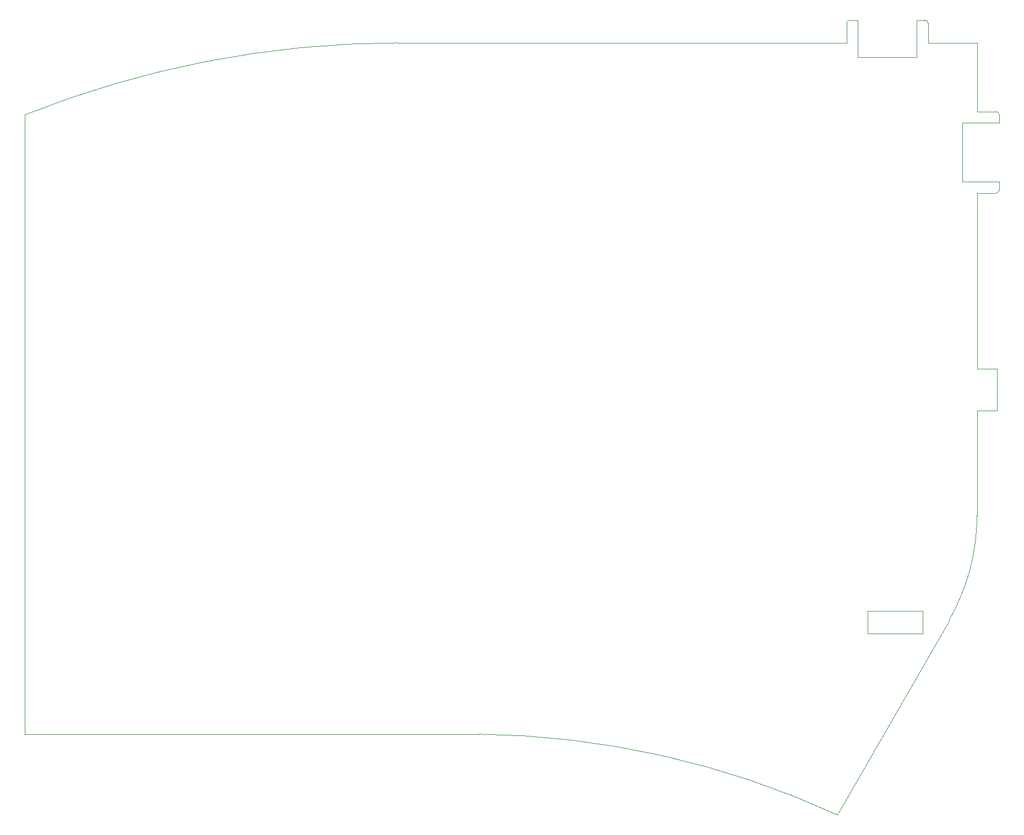
<source format=gbr>
G04 #@! TF.GenerationSoftware,KiCad,Pcbnew,(6.0.2)*
G04 #@! TF.CreationDate,2022-05-21T05:00:10+01:00*
G04 #@! TF.ProjectId,Cantaloupe,43616e74-616c-46f7-9570-652e6b696361,rev?*
G04 #@! TF.SameCoordinates,Original*
G04 #@! TF.FileFunction,Profile,NP*
%FSLAX46Y46*%
G04 Gerber Fmt 4.6, Leading zero omitted, Abs format (unit mm)*
G04 Created by KiCad (PCBNEW (6.0.2)) date 2022-05-21 05:00:10*
%MOMM*%
%LPD*%
G01*
G04 APERTURE LIST*
G04 #@! TA.AperFunction,Profile*
%ADD10C,0.100000*%
G04 #@! TD*
G04 APERTURE END LIST*
D10*
X151693078Y-14283418D02*
X151693077Y-19983417D01*
X141396626Y-14283417D02*
G75*
G03*
X140896631Y-14783418I10J-500005D01*
G01*
X142593078Y-14283418D02*
X141396625Y-14283411D01*
X71663851Y-17783411D02*
G75*
G03*
X14513857Y-28864557I457541J-155273225D01*
G01*
X164035523Y-74392009D02*
X164035521Y-67892009D01*
X160964788Y-90496057D02*
X160964522Y-74392010D01*
X160964522Y-67892010D02*
X160964503Y-40883410D01*
X164398504Y-40383414D02*
X164398503Y-39133417D01*
X156647718Y-106650869D02*
G75*
G03*
X160964788Y-90496057I-28065740J16154276D01*
G01*
X140896631Y-17783418D02*
X71663851Y-17783411D01*
X164398503Y-39133417D02*
X158698504Y-39133417D01*
X14513516Y-124115050D02*
X84389250Y-124114260D01*
X152943078Y-14283418D02*
X151693078Y-14283418D01*
X14513857Y-28864557D02*
X14513516Y-124115050D01*
X160964522Y-17783417D02*
X153443079Y-17783417D01*
X160960949Y-28336970D02*
X160964522Y-17783417D01*
X153443069Y-14783411D02*
G75*
G03*
X152943078Y-14283418I-500003J-10D01*
G01*
X158698504Y-39133417D02*
X158698504Y-30033417D01*
X163898515Y-40883403D02*
G75*
G03*
X164398504Y-40383414I1J499988D01*
G01*
X164398501Y-28836960D02*
G75*
G03*
X163898510Y-28336971I-499991J-2D01*
G01*
X144154078Y-105139811D02*
X152654078Y-105139811D01*
X152654078Y-105139811D02*
X152654078Y-108639811D01*
X152654078Y-108639811D02*
X144154078Y-108639811D01*
X144154078Y-108639811D02*
X144154078Y-105139811D01*
X164398504Y-30033417D02*
X164398501Y-28836960D01*
X164035521Y-67892009D02*
X160964522Y-67892010D01*
X163898510Y-28336971D02*
X160960949Y-28336970D01*
X158698504Y-30033417D02*
X164398504Y-30033417D01*
X160964503Y-40883410D02*
X163898515Y-40883403D01*
X142593078Y-19983417D02*
X142593078Y-14283418D01*
X139455860Y-136519265D02*
G75*
G03*
X84389250Y-124114260I-56699107J-123266358D01*
G01*
X151693077Y-19983417D02*
X142593078Y-19983417D01*
X153443079Y-17783417D02*
X153443076Y-14783410D01*
X139455860Y-136519265D02*
X156647718Y-106650872D01*
X160964522Y-74392010D02*
X164035523Y-74392009D01*
X140896631Y-14783418D02*
X140896631Y-17783418D01*
M02*

</source>
